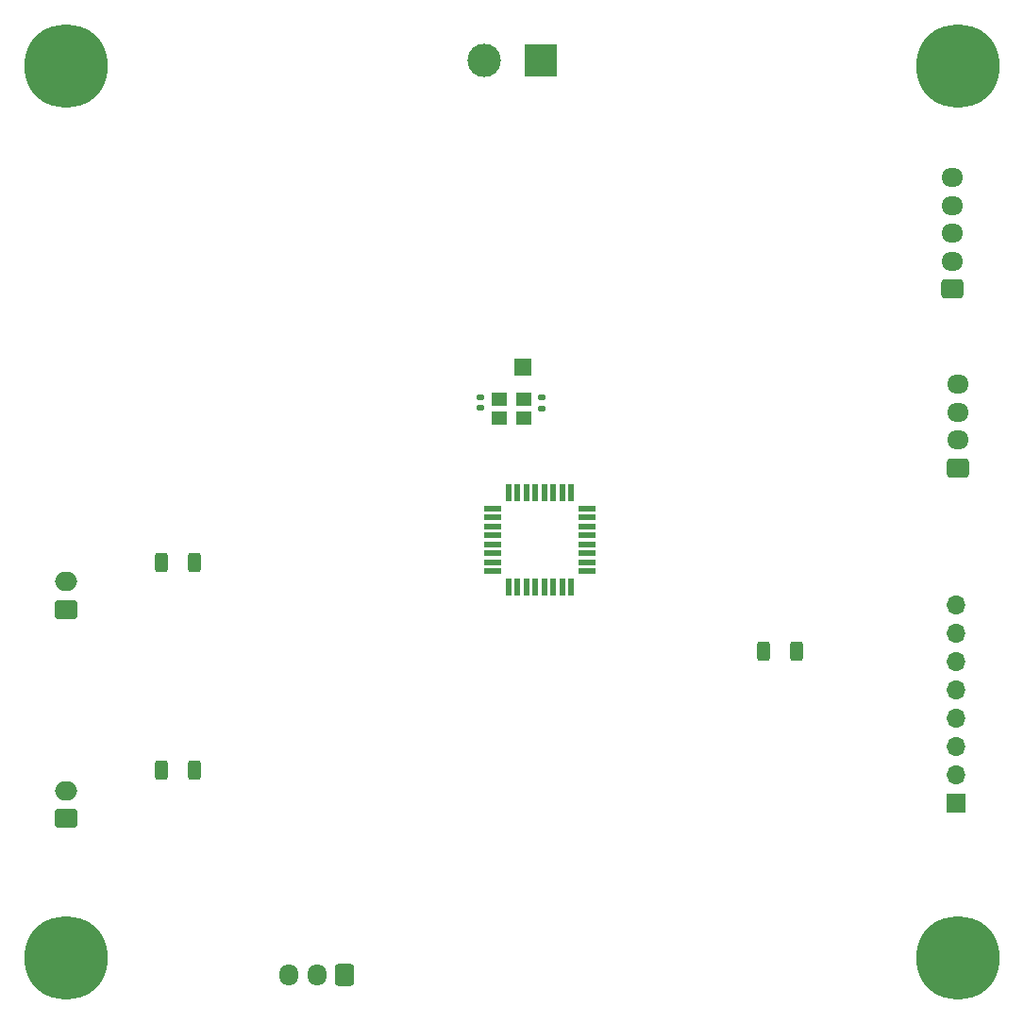
<source format=gbr>
%TF.GenerationSoftware,KiCad,Pcbnew,6.0.11-2627ca5db0~126~ubuntu22.04.1*%
%TF.CreationDate,2023-04-06T15:07:13+02:00*%
%TF.ProjectId,Subductor_carte_commande,53756264-7563-4746-9f72-5f6361727465,rev?*%
%TF.SameCoordinates,Original*%
%TF.FileFunction,Soldermask,Top*%
%TF.FilePolarity,Negative*%
%FSLAX46Y46*%
G04 Gerber Fmt 4.6, Leading zero omitted, Abs format (unit mm)*
G04 Created by KiCad (PCBNEW 6.0.11-2627ca5db0~126~ubuntu22.04.1) date 2023-04-06 15:07:13*
%MOMM*%
%LPD*%
G01*
G04 APERTURE LIST*
G04 Aperture macros list*
%AMRoundRect*
0 Rectangle with rounded corners*
0 $1 Rounding radius*
0 $2 $3 $4 $5 $6 $7 $8 $9 X,Y pos of 4 corners*
0 Add a 4 corners polygon primitive as box body*
4,1,4,$2,$3,$4,$5,$6,$7,$8,$9,$2,$3,0*
0 Add four circle primitives for the rounded corners*
1,1,$1+$1,$2,$3*
1,1,$1+$1,$4,$5*
1,1,$1+$1,$6,$7*
1,1,$1+$1,$8,$9*
0 Add four rect primitives between the rounded corners*
20,1,$1+$1,$2,$3,$4,$5,0*
20,1,$1+$1,$4,$5,$6,$7,0*
20,1,$1+$1,$6,$7,$8,$9,0*
20,1,$1+$1,$8,$9,$2,$3,0*%
G04 Aperture macros list end*
%ADD10RoundRect,0.250000X0.600000X0.725000X-0.600000X0.725000X-0.600000X-0.725000X0.600000X-0.725000X0*%
%ADD11O,1.700000X1.950000*%
%ADD12RoundRect,0.250000X0.750000X-0.600000X0.750000X0.600000X-0.750000X0.600000X-0.750000X-0.600000X0*%
%ADD13O,2.000000X1.700000*%
%ADD14RoundRect,0.140000X-0.170000X0.140000X-0.170000X-0.140000X0.170000X-0.140000X0.170000X0.140000X0*%
%ADD15RoundRect,0.250000X0.725000X-0.600000X0.725000X0.600000X-0.725000X0.600000X-0.725000X-0.600000X0*%
%ADD16O,1.950000X1.700000*%
%ADD17RoundRect,0.250000X-0.312500X-0.625000X0.312500X-0.625000X0.312500X0.625000X-0.312500X0.625000X0*%
%ADD18R,0.550000X1.600000*%
%ADD19R,1.600000X0.550000*%
%ADD20R,3.000000X3.000000*%
%ADD21C,3.000000*%
%ADD22R,1.700000X1.700000*%
%ADD23O,1.700000X1.700000*%
%ADD24C,7.500000*%
%ADD25RoundRect,0.250000X0.312500X0.625000X-0.312500X0.625000X-0.312500X-0.625000X0.312500X-0.625000X0*%
%ADD26R,1.400000X1.200000*%
%ADD27R,1.500000X1.500000*%
G04 APERTURE END LIST*
D10*
%TO.C,J7*%
X60000000Y-116500000D03*
D11*
X57500000Y-116500000D03*
X55000000Y-116500000D03*
%TD*%
D12*
%TO.C,J5*%
X35000000Y-83750000D03*
D13*
X35000000Y-81250000D03*
%TD*%
D14*
%TO.C,C4*%
X72175000Y-64725000D03*
X72175000Y-65685000D03*
%TD*%
D15*
%TO.C,J2*%
X115000000Y-71050000D03*
D16*
X115000000Y-68550000D03*
X115000000Y-66050000D03*
X115000000Y-63550000D03*
%TD*%
D17*
%TO.C,R2*%
X43537500Y-98170000D03*
X46462500Y-98170000D03*
%TD*%
D18*
%TO.C,uC1*%
X80300000Y-73250000D03*
X79500000Y-73250000D03*
X78700000Y-73250000D03*
X77900000Y-73250000D03*
X77100000Y-73250000D03*
X76300000Y-73250000D03*
X75500000Y-73250000D03*
X74700000Y-73250000D03*
D19*
X73250000Y-74700000D03*
X73250000Y-75500000D03*
X73250000Y-76300000D03*
X73250000Y-77100000D03*
X73250000Y-77900000D03*
X73250000Y-78700000D03*
X73250000Y-79500000D03*
X73250000Y-80300000D03*
D18*
X74700000Y-81750000D03*
X75500000Y-81750000D03*
X76300000Y-81750000D03*
X77100000Y-81750000D03*
X77900000Y-81750000D03*
X78700000Y-81750000D03*
X79500000Y-81750000D03*
X80300000Y-81750000D03*
D19*
X81750000Y-80300000D03*
X81750000Y-79500000D03*
X81750000Y-78700000D03*
X81750000Y-77900000D03*
X81750000Y-77100000D03*
X81750000Y-76300000D03*
X81750000Y-75500000D03*
X81750000Y-74700000D03*
%TD*%
D15*
%TO.C,J3*%
X114500000Y-55000000D03*
D16*
X114500000Y-52500000D03*
X114500000Y-50000000D03*
X114500000Y-47500000D03*
X114500000Y-45000000D03*
%TD*%
D20*
%TO.C,J1*%
X77540000Y-34500000D03*
D21*
X72460000Y-34500000D03*
%TD*%
D22*
%TO.C,J4*%
X114800000Y-101100000D03*
D23*
X114800000Y-98560000D03*
X114800000Y-96020000D03*
X114800000Y-93480000D03*
X114800000Y-90940000D03*
X114800000Y-88400000D03*
X114800000Y-85860000D03*
X114800000Y-83320000D03*
%TD*%
D14*
%TO.C,C3*%
X77675000Y-64745000D03*
X77675000Y-65705000D03*
%TD*%
D24*
%TO.C,H1*%
X35000000Y-35000000D03*
%TD*%
%TO.C,H4*%
X115000000Y-115000000D03*
%TD*%
D12*
%TO.C,J6*%
X35000000Y-102500000D03*
D13*
X35000000Y-100000000D03*
%TD*%
D25*
%TO.C,R13*%
X100500000Y-87500000D03*
X97575000Y-87500000D03*
%TD*%
D24*
%TO.C,H3*%
X35000000Y-115000000D03*
%TD*%
D26*
%TO.C,Y1*%
X76025000Y-64875000D03*
X73825000Y-64875000D03*
X73825000Y-66575000D03*
X76025000Y-66575000D03*
%TD*%
D24*
%TO.C,H2*%
X115000000Y-35000000D03*
%TD*%
D17*
%TO.C,R1*%
X43575000Y-79500000D03*
X46500000Y-79500000D03*
%TD*%
D27*
%TO.C,TP1*%
X76000000Y-62000000D03*
%TD*%
M02*

</source>
